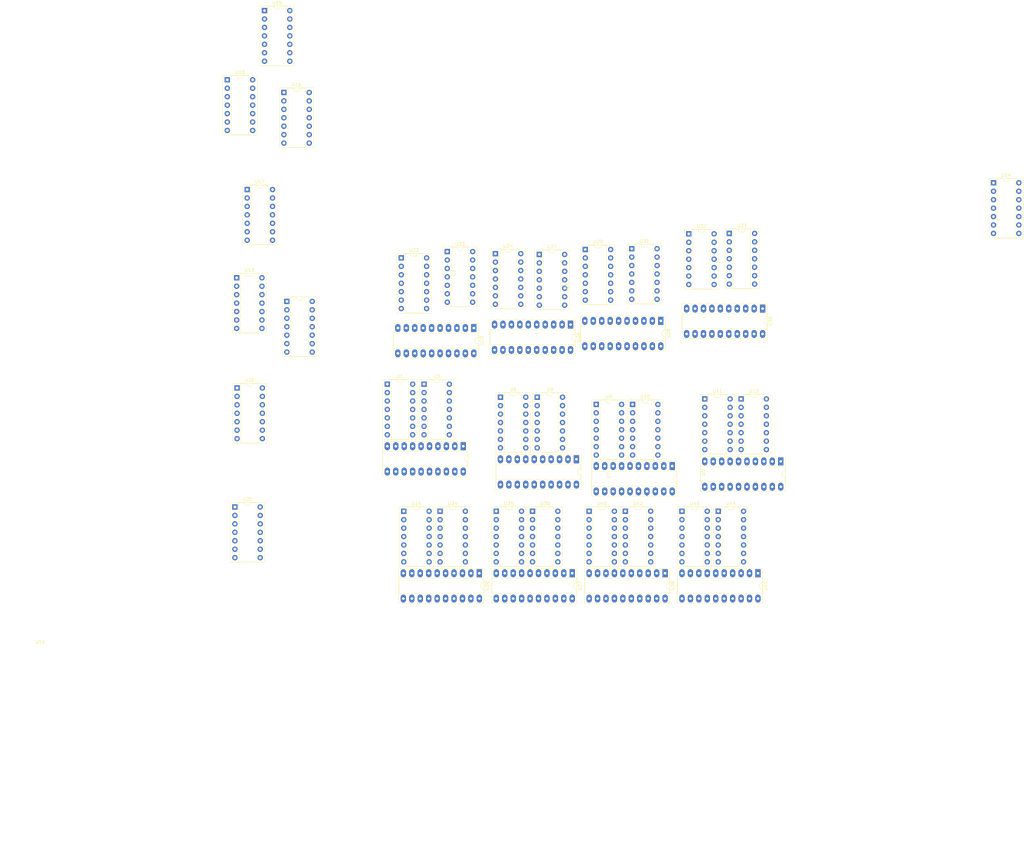
<source format=kicad_pcb>
(kicad_pcb (version 20211014) (generator pcbnew)
  (layers (0 "F.Cu" signal) (31 "B.Cu" signal) (34 "B.Paste" user) (35 "F.Paste" user) (36 "B.SilkS" user "B.Silkscreen") (37 "F.SilkS" user "F.Silkscreen") (38 "B.Mask" user) (39 "F.Mask" user) (44 "Edge.Cuts" user))
  (net 0 "")
  (net 1 "Net-(U2-Pad2)")
  (net 2 "Net-(U2-Pad3)")
  (net 3 "Net-(U2-Pad4)")
  (net 4 "Net-(U2-Pad5)")
  (net 5 "Net-(U4-Pad2)")
  (net 6 "Net-(U4-Pad3)")
  (net 7 "Net-(U4-Pad4)")
  (net 8 "Net-(U4-Pad5)")
  (net 9 "Net-(U4-Pad6)")
  (net 10 "Net-(U4-Pad7)")
  (net 11 "Net-(U4-Pad8)")
  (net 12 "Net-(U4-Pad9)")
  (net 13 "Net-(U5-Pad2)")
  (net 14 "Net-(U5-Pad3)")
  (net 15 "Net-(U5-Pad4)")
  (net 16 "Net-(U5-Pad5)")
  (net 17 "Net-(U5-Pad6)")
  (net 18 "Net-(U5-Pad7)")
  (net 19 "Net-(U5-Pad8)")
  (net 20 "Net-(U5-Pad9)")
  (net 21 "Net-(U7-Pad2)")
  (net 22 "Net-(U7-Pad3)")
  (net 23 "Net-(U7-Pad4)")
  (net 24 "Net-(U7-Pad5)")
  (net 25 "Net-(U7-Pad6)")
  (net 26 "Net-(U7-Pad7)")
  (net 27 "Net-(U7-Pad8)")
  (net 28 "Net-(U7-Pad9)")
  (net 29 "alu_{B}in0")
  (net 30 "alu_{A}0")
  (net 31 "alu_{B}in1")
  (net 32 "alu_{A}1")
  (net 33 "GND")
  (net 34 "alu_{B}in2")
  (net 35 "alu_{A}2")
  (net 36 "alu_{B}in3")
  (net 37 "alu_{A}3")
  (net 38 "+5V")
  (net 39 "Net-(U7-Pad1)")
  (net 40 "alu_{OUT}0")
  (net 41 "alu_{OUT}1")
  (net 42 "alu_{OUT}2")
  (net 43 "alu_{OUT}3")
  (net 44 "alu_{OUT}4")
  (net 45 "alu_{OUT}5")
  (net 46 "alu_{OUT}6")
  (net 47 "alu_{OUT}7")
  (net 48 "alu_{B}in4")
  (net 49 "alu_{A}4")
  (net 50 "alu_{B}in5")
  (net 51 "alu_{A}5")
  (net 52 "alu_{B}in6")
  (net 53 "alu_{A}6")
  (net 54 "alu_{B}in7")
  (net 55 "alu_{A}7")
  (net 56 "alu_{OUT}8")
  (net 57 "alu_{OUT}9")
  (net 58 "alu_{OUT}10")
  (net 59 "alu_{OUT}11")
  (net 60 "alu_{OUT}12")
  (net 61 "alu_{OUT}13")
  (net 62 "alu_{OUT}14")
  (net 63 "alu_{OUT}15")
  (net 64 "alu_{OUT}16")
  (net 65 "alu_{OUT}17")
  (net 66 "alu_{OUT}18")
  (net 67 "alu_{OUT}19")
  (net 68 "alu_{OUT}20")
  (net 69 "alu_{OUT}21")
  (net 70 "alu_{OUT}22")
  (net 71 "alu_{OUT}23")
  (net 72 "alu_{B}in8")
  (net 73 "alu_{A}8")
  (net 74 "alu_{B}in9")
  (net 75 "alu_{A}9")
  (net 76 "alu_{B}in10")
  (net 77 "alu_{A}10")
  (net 78 "alu_{B}in11")
  (net 79 "alu_{A}11")
  (net 80 "alu_{OUT}24")
  (net 81 "alu_{OUT}25")
  (net 82 "alu_{OUT}26")
  (net 83 "alu_{OUT}27")
  (net 84 "alu_{OUT}28")
  (net 85 "alu_{OUT}29")
  (net 86 "alu_{OUT}30")
  (net 87 "alu_{OUT}31")
  (net 88 "alu_{B}in12")
  (net 89 "alu_{A}12")
  (net 90 "alu_{B}in13")
  (net 91 "alu_{A}13")
  (net 92 "alu_{B}in14")
  (net 93 "alu_{A}14")
  (net 94 "alu_{B}in15")
  (net 95 "alu_{A}15")
  (net 96 "alu_{B}in16")
  (net 97 "alu_{A}16")
  (net 98 "alu_{B}in17")
  (net 99 "alu_{A}17")
  (net 100 "alu_{B}in18")
  (net 101 "alu_{A}18")
  (net 102 "alu_{B}in19")
  (net 103 "alu_{A}19")
  (net 104 "alu_{B}in20")
  (net 105 "alu_{A}20")
  (net 106 "alu_{B}in21")
  (net 107 "alu_{A}21")
  (net 108 "alu_{B}in22")
  (net 109 "alu_{A}22")
  (net 110 "alu_{B}in23")
  (net 111 "alu_{A}23")
  (net 112 "alu_{B}in24")
  (net 113 "alu_{A}24")
  (net 114 "alu_{B}in25")
  (net 115 "alu_{A}25")
  (net 116 "alu_{B}in26")
  (net 117 "alu_{A}26")
  (net 118 "alu_{B}in27")
  (net 119 "alu_{A}27")
  (net 120 "alu_{B}in28")
  (net 121 "alu_{A}28")
  (net 122 "alu_{B}in29")
  (net 123 "alu_{A}29")
  (net 124 "alu_{B}in30")
  (net 125 "alu_{A}30")
  (net 126 "alu_{B}in31")
  (net 127 "alu_{A}31")
  (net 128 "alu_{B}0")
  (net 129 "uop_{notB}")
  (net 130 "alu_{B}1")
  (net 131 "alu_{B}2")
  (net 132 "alu_{B}3")
  (net 133 "alu_{B}4")
  (net 134 "alu_{B}5")
  (net 135 "alu_{B}6")
  (net 136 "alu_{B}7")
  (net 137 "alu_{B}8")
  (net 138 "alu_{B}9")
  (net 139 "alu_{B}10")
  (net 140 "alu_{B}11")
  (net 141 "alu_{B}12")
  (net 142 "alu_{B}13")
  (net 143 "alu_{B}14")
  (net 144 "alu_{B}15")
  (net 145 "alu_{B}16")
  (net 146 "alu_{B}17")
  (net 147 "alu_{B}18")
  (net 148 "alu_{B}19")
  (net 149 "alu_{B}20")
  (net 150 "alu_{B}21")
  (net 151 "alu_{B}22")
  (net 152 "alu_{B}23")
  (net 153 "alu_{B}24")
  (net 154 "alu_{B}25")
  (net 155 "alu_{B}26")
  (net 156 "alu_{B}27")
  (net 157 "alu_{B}28")
  (net 158 "alu_{B}29")
  (net 159 "alu_{B}30")
  (net 160 "alu_{B}31")
  (net 175 "Net-(U1-Pad3)")
  (net 176 "Net-(U1-Pad6)")
  (net 177 "Net-(U1-Pad8)")
  (net 178 "Net-(U1-Pad11)")
  (net 179 "Net-(U22-Pad3)")
  (net 180 "Net-(U22-Pad6)")
  (net 181 "Net-(U22-Pad8)")
  (net 182 "Net-(U22-Pad11)")
  (net 183 "Net-(U23-Pad3)")
  (net 184 "Net-(U23-Pad6)")
  (net 185 "Net-(U23-Pad8)")
  (net 186 "Net-(U23-Pad11)")
  (net 187 "Net-(U24-Pad3)")
  (net 188 "Net-(U24-Pad6)")
  (net 189 "Net-(U24-Pad8)")
  (net 190 "Net-(U24-Pad11)")
  (net 191 "Net-(U25-Pad1)")
  (net 192 "Net-(U26-Pad2)")
  (net 193 "Net-(U26-Pad3)")
  (net 194 "Net-(U26-Pad4)")
  (net 195 "Net-(U26-Pad5)")
  (net 196 "Net-(U28-Pad2)")
  (net 197 "Net-(U28-Pad3)")
  (net 198 "Net-(U28-Pad4)")
  (net 199 "Net-(U28-Pad5)")
  (net 200 "Net-(U28-Pad6)")
  (net 201 "Net-(U28-Pad7)")
  (net 202 "Net-(U28-Pad8)")
  (net 203 "Net-(U28-Pad9)")
  (net 204 "Net-(U30-Pad2)")
  (net 205 "Net-(U30-Pad3)")
  (net 206 "Net-(U30-Pad4)")
  (net 207 "Net-(U30-Pad5)")
  (net 208 "Net-(U30-Pad6)")
  (net 209 "Net-(U30-Pad7)")
  (net 210 "Net-(U30-Pad8)")
  (net 211 "Net-(U30-Pad9)")
  (net 212 "Net-(U14-Pad3)")
  (net 213 "Net-(U14-Pad6)")
  (net 214 "Net-(U14-Pad8)")
  (net 215 "Net-(U14-Pad11)")
  (net 216 "Net-(U34-Pad3)")
  (net 217 "Net-(U34-Pad6)")
  (net 218 "Net-(U34-Pad8)")
  (net 219 "Net-(U34-Pad11)")
  (net 220 "Net-(U35-Pad3)")
  (net 221 "Net-(U35-Pad6)")
  (net 222 "Net-(U35-Pad8)")
  (net 223 "Net-(U35-Pad11)")
  (net 224 "Net-(U36-Pad1)")
  (net 225 "Net-(U37-Pad2)")
  (net 226 "Net-(U37-Pad3)")
  (net 227 "Net-(U37-Pad4)")
  (net 228 "Net-(U37-Pad5)")
  (net 229 "Net-(U39-Pad2)")
  (net 230 "Net-(U39-Pad3)")
  (net 231 "Net-(U39-Pad4)")
  (net 232 "Net-(U39-Pad5)")
  (net 233 "Net-(U39-Pad6)")
  (net 234 "Net-(U39-Pad7)")
  (net 235 "Net-(U39-Pad8)")
  (net 236 "Net-(U39-Pad9)")
  (net 237 "Net-(U41-Pad2)")
  (net 238 "Net-(U41-Pad3)")
  (net 239 "Net-(U41-Pad4)")
  (net 240 "Net-(U41-Pad5)")
  (net 241 "Net-(U41-Pad6)")
  (net 242 "Net-(U41-Pad7)")
  (net 243 "Net-(U41-Pad8)")
  (net 244 "Net-(U41-Pad9)")
  (footprint "Package_DIP:DIP-14_W7.62mm_Socket" (layer "F.Cu") (at 4.953 -25.654)
    (fp_text reference "U34")
    (fp_text value "74LS32")
  )
  (footprint "Package_DIP:DIP-20_W7.62mm_Socket_LongPads" (layer "F.Cu") (at 11.938 -45.212 -90)
    (fp_text reference "U2")
    (fp_text value "74HCT541")
  )
  (footprint "Package_DIP:DIP-14_W7.62mm_Socket" (layer "F.Cu") (at -6.716 -101.869)
    (fp_text reference "U22")
    (fp_text value "74LS08")
  )
  (footprint "Package_DIP:DIP-20_W7.62mm_Socket_LongPads" (layer "F.Cu") (at 16.774 -6.995 -90)
    (fp_text reference "U36")
    (fp_text value "74HCT541")
  )
  (footprint "Package_DIP:DIP-14_W7.62mm_Socket" (layer "F.Cu") (at 95.514 -59.441)
    (fp_text reference "U12")
    (fp_text value "74HC86")
  )
  (footprint "Package_DIP:DIP-20_W7.62mm_Socket_LongPads" (layer "F.Cu") (at 72.654 -6.995 -90)
    (fp_text reference "U39")
    (fp_text value "74HCT541")
  )
  (footprint "Package_DIP:DIP-14_W7.62mm_Socket" (layer "F.Cu") (at -5.969 -25.654)
    (fp_text reference "U14")
    (fp_text value "74LS32")
  )
  (footprint "Package_DIP:DIP-14_W7.62mm_Socket" (layer "F.Cu") (at -42.027 -151.643)
    (fp_text reference "U16")
    (fp_text value "74HC86")
  )
  (footprint "Package_DIP:DIP-14_W7.62mm_Socket" (layer "F.Cu") (at 0.132 -63.891)
    (fp_text reference "U3")
    (fp_text value "74HC86")
  )
  (footprint "Package_DIP:DIP-14_W7.62mm_Socket" (layer "F.Cu") (at 171.46 -124.465)
    (fp_text reference "U14")
    (fp_text value "74LS08")
  )
  (footprint "Package_DIP:DIP-20_W7.62mm_Socket_LongPads" (layer "F.Cu") (at 45.979 -41.285 -90)
    (fp_text reference "U4")
    (fp_text value "74HCT541")
  )
  (footprint "Package_DIP:DIP-14_W7.62mm_Socket" (layer "F.Cu") (at 23.124 -59.964)
    (fp_text reference "U6")
    (fp_text value "74HC86")
  )
  (footprint "Package_DIP:DIP-14_W7.62mm_Socket" (layer "F.Cu") (at 62.621 -104.653)
    (fp_text reference "U31")
    (fp_text value "74LS08")
  )
  (footprint "Package_DIP:DIP-14_W7.62mm_Socket" (layer "F.Cu") (at -53.076 -122.433)
    (fp_text reference "U17")
    (fp_text value "74HC86")
  )
  (footprint "Package_DIP:DIP-20_W7.62mm_Socket_LongPads" (layer "F.Cu") (at 71.369 -82.921 -90)
    (fp_text reference "U28")
    (fp_text value "74HCT541")
  )
  (footprint "Package_DIP:DIP-14_W7.62mm_Socket" (layer "F.Cu") (at -56.251 -95.89)
    (fp_text reference "U13")
    (fp_text value "74HC86")
  )
  (footprint "Package_DIP:DIP-20_W7.62mm_Socket_LongPads" (layer "F.Cu") (at 100.594 -6.995 -90)
    (fp_text reference "U41")
    (fp_text value "74HCT541")
  )
  (footprint "Package_DIP:DIP-14_W7.62mm_Socket" (layer "F.Cu") (at 79.776 -109.103)
    (fp_text reference "U32")
    (fp_text value "74LS08")
  )
  (footprint "Package_DIP:DIP-14_W7.62mm_Socket" (layer "F.Cu") (at 32.766 -25.654)
    (fp_text reference "U38")
    (fp_text value "74LS32")
  )
  (footprint "Package_DIP:DIP-14_W7.62mm_Socket" (layer "F.Cu") (at 84.592 -59.441)
    (fp_text reference "U11")
    (fp_text value "74HC86")
  )
  (footprint "Package_DIP:DIP-14_W7.62mm_Socket" (layer "F.Cu") (at 49.784 -25.654)
    (fp_text reference "U40")
    (fp_text value "74LS32")
  )
  (footprint "Package_DIP:DIP-20_W7.62mm_Socket_LongPads" (layer "F.Cu") (at 101.986 -86.609 -90)
    (fp_text reference "U30")
    (fp_text value "74HCT541")
  )
  (footprint "Package_DIP:DIP-14_W7.62mm_Socket" (layer "F.Cu") (at 34.173 -59.964)
    (fp_text reference "U8")
    (fp_text value "74HC86")
  )
  (footprint "Package_DIP:DIP-14_W7.62mm_Socket" (layer "F.Cu") (at -56.124 -62.743)
    (fp_text reference "U20")
    (fp_text value "74HC86")
  )
  (footprint "Package_DIP:DIP-14_W7.62mm_Socket" (layer "F.Cu") (at -41.138 -88.778)
    (fp_text reference "U15")
    (fp_text value "74HC86")
  )
  (footprint "Package_DIP:DIP-20_W7.62mm_Socket_LongPads" (layer "F.Cu") (at 44.729 -7 -90)
    (fp_text reference "U37")
    (fp_text value "74HCT541")
  )
  (footprint "Package_DIP:DIP-14_W7.62mm_Socket" (layer "F.Cu") (at 60.706 -25.654)
    (fp_text reference "U42")
    (fp_text value "74LS32")
  )
  (footprint "Package_DIP:DIP-14_W7.62mm_Socket" (layer "F.Cu") (at 62.865 -57.785)
    (fp_text reference "U10")
    (fp_text value "74HC86")
  )
  (footprint "Package_DIP:DIP-14_W7.62mm_Socket" (layer "F.Cu") (at -10.917 -63.891)
    (fp_text reference "U1")
    (fp_text value "74HC86")
  )
  (footprint "Package_DIP:DIP-14_W7.62mm_Socket" (layer "F.Cu") (at 21.844 -25.654)
    (fp_text reference "U35")
    (fp_text value "74LS32")
  )
  (footprint "Package_DIP:DIP-20_W7.62mm_Socket_LongPads" (layer "F.Cu") (at 74.803 -39.243 -90)
    (fp_text reference "U5")
    (fp_text value "74HCT541")
  )
  (footprint "Package_DIP:DIP-14_W7.62mm_Socket" (layer "F.Cu") (at -47.869 -176.281)
    (fp_text reference "U19")
    (fp_text value "74HC86")
  )
  (footprint "Package_DIP:DIP-20_W7.62mm_Socket_LongPads" (layer "F.Cu") (at 44.201 -81.798 -90)
    (fp_text reference "U26")
    (fp_text value "74HCT541")
  )
  (footprint "Package_DIP:DIP-14_W7.62mm_Socket" (layer "F.Cu") (at -59.055 -155.448)
    (fp_text reference "U18")
    (fp_text value "74HC86")
  )
  (footprint "Package_DIP:DIP-14_W7.62mm_Socket" (layer "F.Cu") (at 91.968 -109.23)
    (fp_text reference "U33")
    (fp_text value "74LS08")
  )
  (footprint "Package_DIP:DIP-20_W7.62mm_Socket_LongPads" (layer "F.Cu") (at 15.113 -80.772 -90)
    (fp_text reference "U25")
    (fp_text value "74HCT541")
  )
  (footprint "Package_DIP:DIP-14_W7.62mm_Socket" (layer "F.Cu") (at 21.61 -103.149)
    (fp_text reference "U24")
    (fp_text value "74LS08")
  )
  (footprint "Package_DIP:DIP-14_W7.62mm_Socket" (layer "F.Cu") (at 88.646 -25.654)
    (fp_text reference "U44")
    (fp_text value "74LS32")
  )
  (footprint "Package_DIP:DIP-14_W7.62mm_Socket" (layer "F.Cu") (at 48.651 -104.399)
    (fp_text reference "U29")
    (fp_text value "74LS08")
  )
  (footprint "Package_DIP:DIP-14_W7.62mm_Socket" (layer "F.Cu") (at 51.943 -57.785)
    (fp_text reference "U9")
    (fp_text value "74HC86")
  )
  (footprint "Package_DIP:DIP-14_W7.62mm_Socket" (layer "F.Cu") (at 7.127 -103.774)
    (fp_text reference "U23")
    (fp_text value "74LS08")
  )
  (footprint "Package_DIP:DIP-14_W7.62mm_Socket" (layer "F.Cu") (at 34.818 -102.895)
    (fp_text reference "U27")
    (fp_text value "74LS08")
  )
  (footprint "Package_DIP:DIP-20_W7.62mm_Socket_LongPads" (layer "F.Cu") (at 107.452 -40.645 -90)
    (fp_text reference "U7")
    (fp_text value "74HCT541")
  )
  (footprint "Package_DIP:DIP-14_W7.62mm_Socket" (layer "F.Cu") (at 77.724 -25.654)
    (fp_text reference "U43")
    (fp_text value "74LS32")
  )
  (footprint "Package_DIP:DIP-14_W7.62mm_Socket" (layer "F.Cu") (at -56.769 -26.924)
    (fp_text reference "U21")
    (fp_text value "74HC86")
  )
  (segment (start 1.778 -37.592) (end 1.778 -37.099) (width 0.25) (layer "F.Cu") (net 45))
  (segment (start 35.819 -33.665) (end 35.819 -32.664) (width 0.25) (layer "F.Cu") (net 61))
  (segment (start 40.899 -33.665) (end 40.899 -32.664) (width 0.25) (layer "F.Cu") (net 63))
  (segment (start 64.643 -31.623) (end 64.643 -31.379) (width 0.25) (layer "B.Cu") (net 69))
  (segment (start 67.183 -31.623) (end 67.183 -30.173) (width 0.25) (layer "B.Cu") (net 70))
)
</source>
